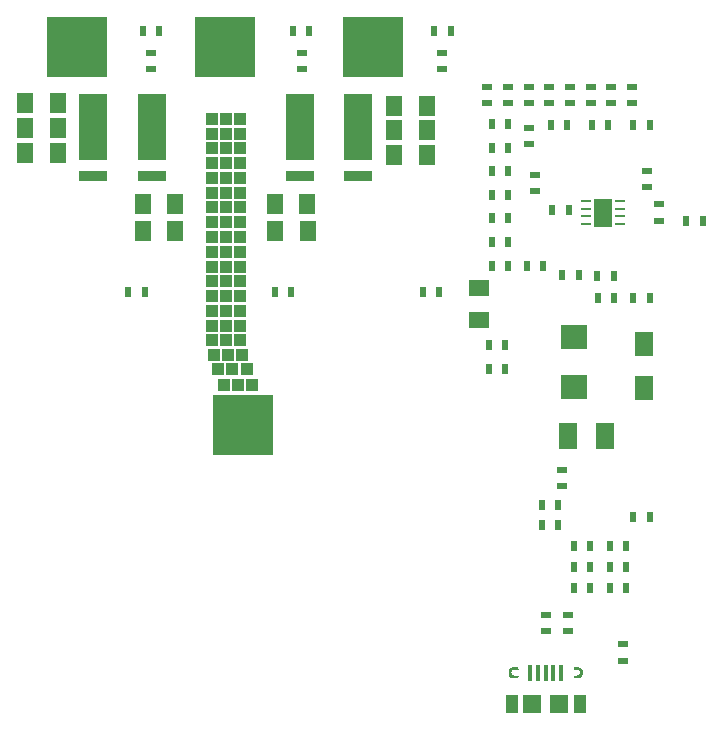
<source format=gbp>
G04*
G04 #@! TF.GenerationSoftware,Altium Limited,Altium Designer,19.1.8 (144)*
G04*
G04 Layer_Color=128*
%FSLAX25Y25*%
%MOIN*%
G70*
G01*
G75*
%ADD20R,0.07087X0.05512*%
%ADD21R,0.01968X0.03740*%
%ADD26R,0.20000X0.20000*%
%ADD27R,0.03740X0.01968*%
%ADD117R,0.04331X0.06102*%
%ADD118R,0.05906X0.06102*%
%ADD119R,0.01575X0.05315*%
%ADD120R,0.05512X0.07087*%
%ADD121R,0.20000X0.20000*%
%ADD122R,0.09606X0.03504*%
%ADD123R,0.09606X0.22047*%
%ADD124R,0.06496X0.09055*%
%ADD125R,0.06496X0.07874*%
%ADD126R,0.06260X0.09449*%
%ADD127R,0.03347X0.00984*%
%ADD128R,0.08661X0.08071*%
%ADD156C,0.00200*%
%ADD157R,0.03937X0.03937*%
G36*
X-68899Y-220507D02*
X-69131Y-220477D01*
X-69557Y-220290D01*
X-69881Y-219956D01*
X-70056Y-219524D01*
Y-219058D01*
X-69881Y-218627D01*
X-69557Y-218293D01*
X-69131Y-218105D01*
X-68899Y-218076D01*
D01*
X-67752D01*
Y-217323D01*
X-68898D01*
X-69289D01*
X-70013Y-217622D01*
X-70566Y-218176D01*
X-70866Y-218900D01*
Y-219683D01*
X-70566Y-220406D01*
X-70013Y-220960D01*
X-69289Y-221260D01*
X-68898D01*
D01*
X-67751D01*
Y-220507D01*
X-68899Y-220507D01*
D02*
G37*
G36*
X-48030Y-218076D02*
X-47798Y-218105D01*
X-47372Y-218293D01*
X-47048Y-218627D01*
X-46873Y-219058D01*
Y-219524D01*
X-47048Y-219956D01*
X-47372Y-220290D01*
X-47798Y-220477D01*
X-48030Y-220507D01*
X-48030Y-220507D01*
X-49177D01*
Y-221260D01*
X-48031D01*
X-47640D01*
X-46916Y-220960D01*
X-46363Y-220406D01*
X-46063Y-219683D01*
Y-218900D01*
X-46363Y-218176D01*
X-46916Y-217622D01*
X-47640Y-217323D01*
X-48031D01*
D01*
X-49178D01*
Y-218076D01*
X-48030D01*
D02*
G37*
D20*
X-80709Y-91043D02*
D03*
Y-101870D02*
D03*
D21*
X-50843Y-64961D02*
D03*
X-56243D02*
D03*
X-72102Y-110237D02*
D03*
X-77503D02*
D03*
X-29275Y-36670D02*
D03*
X-23875D02*
D03*
X-43054D02*
D03*
X-37654D02*
D03*
X-56834D02*
D03*
X-51434D02*
D03*
X-29275Y-167323D02*
D03*
X-23875D02*
D03*
X-41086Y-94488D02*
D03*
X-35686D02*
D03*
X-52897Y-86614D02*
D03*
X-47497D02*
D03*
X-77503Y-118111D02*
D03*
X-72102D02*
D03*
X-41283Y-87008D02*
D03*
X-35883D02*
D03*
X-6158Y-68898D02*
D03*
X-11558D02*
D03*
X-29275Y-94488D02*
D03*
X-23875D02*
D03*
X-76519Y-67913D02*
D03*
X-71119D02*
D03*
X-59308Y-83661D02*
D03*
X-64708D02*
D03*
X-76519Y-75787D02*
D03*
X-71119D02*
D03*
X-94150Y-92520D02*
D03*
X-99550D02*
D03*
X-76519Y-83661D02*
D03*
X-71119D02*
D03*
X-143363Y-92520D02*
D03*
X-148763D02*
D03*
X-137458Y-5512D02*
D03*
X-142858D02*
D03*
X-192182Y-92520D02*
D03*
X-197582D02*
D03*
X-187261Y-5512D02*
D03*
X-192661D02*
D03*
X-71119Y-60039D02*
D03*
X-76519D02*
D03*
X-71119Y-52165D02*
D03*
X-76519D02*
D03*
X-71119Y-44291D02*
D03*
X-76519D02*
D03*
X-71119Y-36417D02*
D03*
X-76519D02*
D03*
X-54387Y-163386D02*
D03*
X-59787Y-163386D02*
D03*
X-54387Y-170276D02*
D03*
X-59787D02*
D03*
X-37149Y-177166D02*
D03*
X-31749D02*
D03*
X-37149Y-190946D02*
D03*
X-31749D02*
D03*
X-37149Y-184056D02*
D03*
X-31749D02*
D03*
X-43560Y-177166D02*
D03*
X-48960D02*
D03*
X-43560Y-190946D02*
D03*
X-48960D02*
D03*
X-43560Y-184056D02*
D03*
X-48960D02*
D03*
X-95613Y-5512D02*
D03*
X-90213D02*
D03*
D26*
X-116142Y-10827D02*
D03*
X-159449Y-136811D02*
D03*
X-214567Y-10827D02*
D03*
D27*
X-32677Y-209898D02*
D03*
Y-215298D02*
D03*
X-71063Y-29416D02*
D03*
Y-24016D02*
D03*
X-53150Y-151828D02*
D03*
Y-157228D02*
D03*
X-62008Y-53402D02*
D03*
Y-58802D02*
D03*
X-63976Y-37654D02*
D03*
Y-43054D02*
D03*
X-77953Y-24016D02*
D03*
Y-29416D02*
D03*
X-57284D02*
D03*
Y-24016D02*
D03*
X-43504Y-29416D02*
D03*
Y-24016D02*
D03*
X-29724Y-29416D02*
D03*
Y-24016D02*
D03*
X-36614D02*
D03*
Y-29416D02*
D03*
X-50394Y-24016D02*
D03*
Y-29416D02*
D03*
X-64173Y-24016D02*
D03*
Y-29416D02*
D03*
X-92913Y-12654D02*
D03*
Y-18054D02*
D03*
X-139764Y-12654D02*
D03*
Y-18054D02*
D03*
X-189961Y-12654D02*
D03*
Y-18054D02*
D03*
X-51181Y-200056D02*
D03*
Y-205456D02*
D03*
X-58268Y-200056D02*
D03*
Y-205456D02*
D03*
X-20669Y-63245D02*
D03*
Y-68645D02*
D03*
X-24803Y-52024D02*
D03*
Y-57424D02*
D03*
D117*
X-47047Y-229921D02*
D03*
X-69882D02*
D03*
D118*
X-62992D02*
D03*
X-53937D02*
D03*
D119*
X-63583Y-219291D02*
D03*
X-53347D02*
D03*
X-61024D02*
D03*
X-55905D02*
D03*
X-58465D02*
D03*
D120*
X-192815Y-72047D02*
D03*
X-181988D02*
D03*
X-137848D02*
D03*
X-148675D02*
D03*
X-231890Y-46063D02*
D03*
X-221063D02*
D03*
X-98130Y-30315D02*
D03*
X-108957D02*
D03*
X-137894Y-62992D02*
D03*
X-148721D02*
D03*
X-192815D02*
D03*
X-181988D02*
D03*
X-98130Y-38583D02*
D03*
X-108957D02*
D03*
X-98130Y-46850D02*
D03*
X-108957D02*
D03*
X-231890Y-37795D02*
D03*
X-221063D02*
D03*
X-231890Y-29528D02*
D03*
X-221063D02*
D03*
D121*
X-165354Y-10827D02*
D03*
D122*
X-140472Y-53809D02*
D03*
X-120945D02*
D03*
X-209370D02*
D03*
X-189842D02*
D03*
D123*
X-120945Y-37530D02*
D03*
X-140472D02*
D03*
X-189842D02*
D03*
X-209370D02*
D03*
D124*
X-38878Y-140551D02*
D03*
X-50886D02*
D03*
D125*
X-25591Y-124508D02*
D03*
Y-109744D02*
D03*
D126*
X-39370Y-65945D02*
D03*
D127*
X-33780Y-62106D02*
D03*
Y-64665D02*
D03*
Y-67224D02*
D03*
Y-69784D02*
D03*
X-44961Y-62106D02*
D03*
Y-64665D02*
D03*
Y-67224D02*
D03*
Y-69784D02*
D03*
D128*
X-49213Y-107382D02*
D03*
Y-124114D02*
D03*
D156*
X-48030Y-220507D02*
G03*
X-48030Y-218076I-36J1215D01*
G01*
X-68899Y-218076D02*
G03*
X-68899Y-220507I36J-1215D01*
G01*
X-49178Y-218076D02*
X-48030D01*
X-49177Y-220507D02*
X-48030D01*
X-68899Y-218076D02*
X-67752D01*
X-68899Y-220507D02*
X-67751D01*
D157*
X-165748Y-123327D02*
D03*
X-161024D02*
D03*
X-156299D02*
D03*
X-167618Y-118209D02*
D03*
X-162894D02*
D03*
X-158169D02*
D03*
X-169193Y-113583D02*
D03*
X-164469D02*
D03*
X-159744D02*
D03*
X-169882Y-34744D02*
D03*
X-165157D02*
D03*
X-160433D02*
D03*
X-169882Y-39665D02*
D03*
X-165157D02*
D03*
X-160433D02*
D03*
X-169882Y-44587D02*
D03*
X-165157D02*
D03*
X-160433D02*
D03*
X-169882Y-49508D02*
D03*
X-165157D02*
D03*
X-160433D02*
D03*
X-169882Y-54429D02*
D03*
X-165157D02*
D03*
X-160433D02*
D03*
X-169882Y-59350D02*
D03*
X-165157D02*
D03*
X-160433D02*
D03*
X-169882Y-64272D02*
D03*
X-165157D02*
D03*
X-160433D02*
D03*
X-169882Y-69193D02*
D03*
X-165157D02*
D03*
X-160433D02*
D03*
X-169882Y-74114D02*
D03*
X-165157D02*
D03*
X-160433D02*
D03*
X-169882Y-79035D02*
D03*
X-165157D02*
D03*
X-160433D02*
D03*
X-169882Y-83957D02*
D03*
X-165157D02*
D03*
X-160433D02*
D03*
X-169882Y-88878D02*
D03*
X-165157D02*
D03*
X-160433D02*
D03*
X-169882Y-93799D02*
D03*
X-165157D02*
D03*
X-160433D02*
D03*
X-169882Y-98721D02*
D03*
X-165157D02*
D03*
X-160433D02*
D03*
Y-103642D02*
D03*
X-165157D02*
D03*
X-169882D02*
D03*
Y-108563D02*
D03*
X-165157D02*
D03*
X-160433D02*
D03*
M02*

</source>
